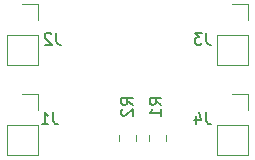
<source format=gbr>
%TF.GenerationSoftware,KiCad,Pcbnew,6.0.7-f9a2dced07~116~ubuntu20.04.1*%
%TF.CreationDate,2022-10-31T14:46:07+01:00*%
%TF.ProjectId,scd40_board,73636434-305f-4626-9f61-72642e6b6963,rev?*%
%TF.SameCoordinates,Original*%
%TF.FileFunction,Legend,Bot*%
%TF.FilePolarity,Positive*%
%FSLAX46Y46*%
G04 Gerber Fmt 4.6, Leading zero omitted, Abs format (unit mm)*
G04 Created by KiCad (PCBNEW 6.0.7-f9a2dced07~116~ubuntu20.04.1) date 2022-10-31 14:46:07*
%MOMM*%
%LPD*%
G01*
G04 APERTURE LIST*
%ADD10C,0.150000*%
%ADD11C,0.120000*%
G04 APERTURE END LIST*
D10*
%TO.C,J2*%
X154511333Y-29932380D02*
X154511333Y-30646666D01*
X154558952Y-30789523D01*
X154654190Y-30884761D01*
X154797047Y-30932380D01*
X154892285Y-30932380D01*
X154082761Y-30027619D02*
X154035142Y-29980000D01*
X153939904Y-29932380D01*
X153701809Y-29932380D01*
X153606571Y-29980000D01*
X153558952Y-30027619D01*
X153511333Y-30122857D01*
X153511333Y-30218095D01*
X153558952Y-30360952D01*
X154130380Y-30932380D01*
X153511333Y-30932380D01*
%TO.C,J3*%
X167211333Y-29932380D02*
X167211333Y-30646666D01*
X167258952Y-30789523D01*
X167354190Y-30884761D01*
X167497047Y-30932380D01*
X167592285Y-30932380D01*
X166830380Y-29932380D02*
X166211333Y-29932380D01*
X166544666Y-30313333D01*
X166401809Y-30313333D01*
X166306571Y-30360952D01*
X166258952Y-30408571D01*
X166211333Y-30503809D01*
X166211333Y-30741904D01*
X166258952Y-30837142D01*
X166306571Y-30884761D01*
X166401809Y-30932380D01*
X166687523Y-30932380D01*
X166782761Y-30884761D01*
X166830380Y-30837142D01*
%TO.C,R2*%
X160980380Y-36028333D02*
X160504190Y-35695000D01*
X160980380Y-35456904D02*
X159980380Y-35456904D01*
X159980380Y-35837857D01*
X160028000Y-35933095D01*
X160075619Y-35980714D01*
X160170857Y-36028333D01*
X160313714Y-36028333D01*
X160408952Y-35980714D01*
X160456571Y-35933095D01*
X160504190Y-35837857D01*
X160504190Y-35456904D01*
X160075619Y-36409285D02*
X160028000Y-36456904D01*
X159980380Y-36552142D01*
X159980380Y-36790238D01*
X160028000Y-36885476D01*
X160075619Y-36933095D01*
X160170857Y-36980714D01*
X160266095Y-36980714D01*
X160408952Y-36933095D01*
X160980380Y-36361666D01*
X160980380Y-36980714D01*
%TO.C,J4*%
X167211333Y-36663380D02*
X167211333Y-37377666D01*
X167258952Y-37520523D01*
X167354190Y-37615761D01*
X167497047Y-37663380D01*
X167592285Y-37663380D01*
X166306571Y-36996714D02*
X166306571Y-37663380D01*
X166544666Y-36615761D02*
X166782761Y-37330047D01*
X166163714Y-37330047D01*
%TO.C,J1*%
X154257333Y-36663380D02*
X154257333Y-37377666D01*
X154304952Y-37520523D01*
X154400190Y-37615761D01*
X154543047Y-37663380D01*
X154638285Y-37663380D01*
X153257333Y-37663380D02*
X153828761Y-37663380D01*
X153543047Y-37663380D02*
X153543047Y-36663380D01*
X153638285Y-36806238D01*
X153733523Y-36901476D01*
X153828761Y-36949095D01*
%TO.C,R1*%
X163393380Y-36028333D02*
X162917190Y-35695000D01*
X163393380Y-35456904D02*
X162393380Y-35456904D01*
X162393380Y-35837857D01*
X162441000Y-35933095D01*
X162488619Y-35980714D01*
X162583857Y-36028333D01*
X162726714Y-36028333D01*
X162821952Y-35980714D01*
X162869571Y-35933095D01*
X162917190Y-35837857D01*
X162917190Y-35456904D01*
X163393380Y-36980714D02*
X163393380Y-36409285D01*
X163393380Y-36695000D02*
X162393380Y-36695000D01*
X162536238Y-36599761D01*
X162631476Y-36504523D01*
X162679095Y-36409285D01*
D11*
%TO.C,J2*%
X152968000Y-32699000D02*
X150308000Y-32699000D01*
X152968000Y-27499000D02*
X151638000Y-27499000D01*
X152968000Y-30099000D02*
X152968000Y-32699000D01*
X150308000Y-30099000D02*
X150308000Y-32699000D01*
X152968000Y-28829000D02*
X152968000Y-27499000D01*
X152968000Y-30099000D02*
X150308000Y-30099000D01*
%TO.C,J3*%
X170748000Y-28829000D02*
X170748000Y-27499000D01*
X170748000Y-30099000D02*
X168088000Y-30099000D01*
X168088000Y-30099000D02*
X168088000Y-32699000D01*
X170748000Y-30099000D02*
X170748000Y-32699000D01*
X170748000Y-27499000D02*
X169418000Y-27499000D01*
X170748000Y-32699000D02*
X168088000Y-32699000D01*
%TO.C,R2*%
X161263000Y-38618936D02*
X161263000Y-39073064D01*
X159793000Y-38618936D02*
X159793000Y-39073064D01*
%TO.C,J4*%
X170748000Y-40319000D02*
X168088000Y-40319000D01*
X168088000Y-37719000D02*
X168088000Y-40319000D01*
X170748000Y-36449000D02*
X170748000Y-35119000D01*
X170748000Y-35119000D02*
X169418000Y-35119000D01*
X170748000Y-37719000D02*
X170748000Y-40319000D01*
X170748000Y-37719000D02*
X168088000Y-37719000D01*
%TO.C,J1*%
X150308000Y-37719000D02*
X150308000Y-40319000D01*
X152968000Y-37719000D02*
X152968000Y-40319000D01*
X152968000Y-36449000D02*
X152968000Y-35119000D01*
X152968000Y-40319000D02*
X150308000Y-40319000D01*
X152968000Y-37719000D02*
X150308000Y-37719000D01*
X152968000Y-35119000D02*
X151638000Y-35119000D01*
%TO.C,R1*%
X162333000Y-38618936D02*
X162333000Y-39073064D01*
X163803000Y-38618936D02*
X163803000Y-39073064D01*
%TD*%
M02*

</source>
